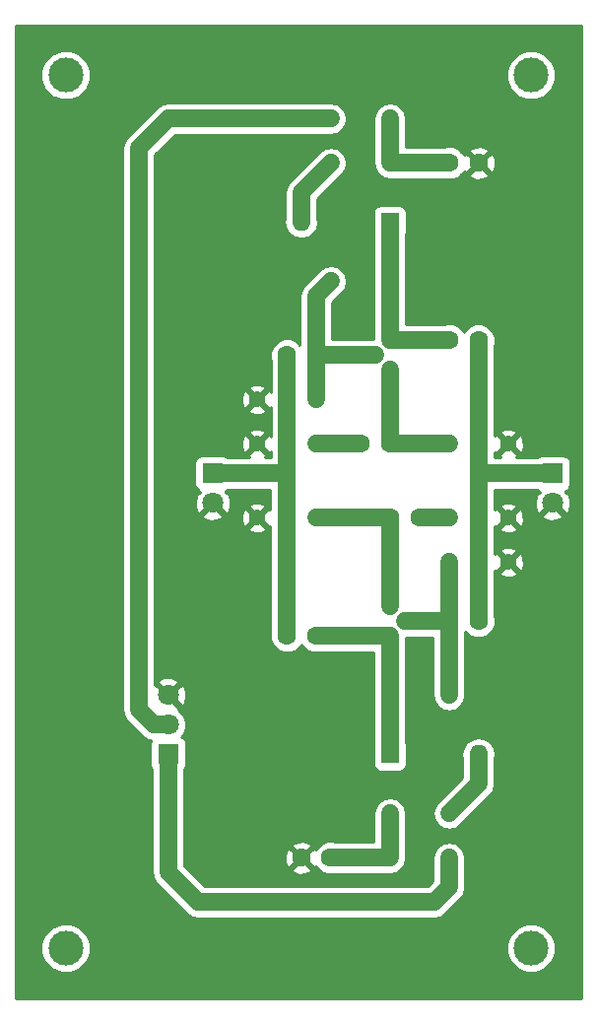
<source format=gbr>
G04 #@! TF.FileFunction,Copper,L2,Bot,Signal*
%FSLAX46Y46*%
G04 Gerber Fmt 4.6, Leading zero omitted, Abs format (unit mm)*
G04 Created by KiCad (PCBNEW 4.0.7) date 02/19/18 19:04:24*
%MOMM*%
%LPD*%
G01*
G04 APERTURE LIST*
%ADD10C,0.100000*%
%ADD11C,1.600000*%
%ADD12R,1.600000X1.600000*%
%ADD13O,1.600000X1.600000*%
%ADD14R,1.800000X1.800000*%
%ADD15C,1.800000*%
%ADD16C,1.000000*%
%ADD17R,1.000000X1.000000*%
%ADD18C,1.400000*%
%ADD19O,1.400000X1.400000*%
%ADD20C,3.000000*%
%ADD21C,1.500000*%
%ADD22C,0.254000*%
G04 APERTURE END LIST*
D10*
D11*
X96520000Y-99060000D03*
X94020000Y-99060000D03*
X96520000Y-123190000D03*
X94020000Y-123190000D03*
X102870000Y-106680000D03*
X100370000Y-106680000D03*
X110490000Y-82550000D03*
X107990000Y-82550000D03*
X95250000Y-142240000D03*
X97750000Y-142240000D03*
X105410000Y-113030000D03*
X102910000Y-113030000D03*
X110490000Y-97790000D03*
X107990000Y-97790000D03*
X110490000Y-121920000D03*
X107990000Y-121920000D03*
D12*
X102870000Y-133350000D03*
D13*
X110490000Y-133350000D03*
D12*
X102870000Y-87630000D03*
D13*
X95250000Y-87630000D03*
D14*
X83820000Y-133350000D03*
D15*
X83820000Y-130810000D03*
X83820000Y-128270000D03*
D14*
X87630000Y-109220000D03*
D15*
X87630000Y-111760000D03*
D14*
X116840000Y-109220000D03*
D15*
X116840000Y-111760000D03*
D16*
X101600000Y-99060000D03*
X102870000Y-97790000D03*
D17*
X102870000Y-100330000D03*
D16*
X104140000Y-121920000D03*
X102870000Y-123190000D03*
D17*
X102870000Y-120650000D03*
D18*
X91440000Y-102870000D03*
D19*
X96520000Y-102870000D03*
D18*
X91440000Y-106680000D03*
D19*
X96520000Y-106680000D03*
D18*
X97790000Y-78740000D03*
D19*
X102870000Y-78740000D03*
D18*
X107950000Y-142240000D03*
D19*
X102870000Y-142240000D03*
D18*
X102870000Y-92710000D03*
D19*
X97790000Y-92710000D03*
D18*
X107950000Y-138430000D03*
D19*
X102870000Y-138430000D03*
D18*
X91440000Y-113030000D03*
D19*
X96520000Y-113030000D03*
D18*
X113030000Y-106680000D03*
D19*
X107950000Y-106680000D03*
D18*
X97790000Y-82550000D03*
D19*
X102870000Y-82550000D03*
D18*
X107950000Y-128270000D03*
D19*
X102870000Y-128270000D03*
D18*
X113030000Y-113030000D03*
D19*
X107950000Y-113030000D03*
D18*
X113030000Y-116840000D03*
D19*
X107950000Y-116840000D03*
D20*
X75000000Y-75000000D03*
X115000000Y-75000000D03*
X115000000Y-150000000D03*
X75000000Y-150000000D03*
D21*
X96520000Y-99060000D02*
X96520000Y-93980000D01*
X96520000Y-93980000D02*
X97790000Y-92710000D01*
X96520000Y-99060000D02*
X96520000Y-102870000D01*
X96520000Y-99060000D02*
X101600000Y-99060000D01*
X93980000Y-109220000D02*
X93980000Y-123150000D01*
X93980000Y-123150000D02*
X94020000Y-123190000D01*
X87630000Y-109220000D02*
X93980000Y-109220000D01*
X94020000Y-109180000D02*
X94020000Y-99060000D01*
X93980000Y-109220000D02*
X94020000Y-109180000D01*
X102870000Y-128270000D02*
X102870000Y-133350000D01*
X102870000Y-123190000D02*
X102870000Y-128270000D01*
X96520000Y-123190000D02*
X102870000Y-123190000D01*
X102870000Y-100330000D02*
X102870000Y-106680000D01*
X102870000Y-106680000D02*
X107950000Y-106680000D01*
X100370000Y-106680000D02*
X96520000Y-106680000D01*
X102870000Y-78740000D02*
X102870000Y-82550000D01*
X102870000Y-82550000D02*
X107990000Y-82550000D01*
X102870000Y-138430000D02*
X102870000Y-142240000D01*
X102870000Y-142240000D02*
X97750000Y-142240000D01*
X107950000Y-113030000D02*
X105410000Y-113030000D01*
X96520000Y-113030000D02*
X102910000Y-113030000D01*
X102910000Y-113030000D02*
X102870000Y-113070000D01*
X102870000Y-113070000D02*
X102870000Y-120650000D01*
X116840000Y-109220000D02*
X110490000Y-109220000D01*
X110490000Y-97790000D02*
X110490000Y-109220000D01*
X110490000Y-109220000D02*
X110490000Y-121920000D01*
X102870000Y-97790000D02*
X107990000Y-97790000D01*
X102870000Y-92710000D02*
X102870000Y-87630000D01*
X102870000Y-97790000D02*
X102870000Y-92710000D01*
X107950000Y-116840000D02*
X107950000Y-121880000D01*
X107950000Y-121880000D02*
X107950000Y-128270000D01*
X104140000Y-121920000D02*
X107990000Y-121920000D01*
X110490000Y-133350000D02*
X110490000Y-135890000D01*
X110490000Y-135890000D02*
X107950000Y-138430000D01*
X95250000Y-87630000D02*
X95250000Y-85090000D01*
X95250000Y-85090000D02*
X97790000Y-82550000D01*
X83820000Y-133350000D02*
X83820000Y-143510000D01*
X107950000Y-144780000D02*
X107950000Y-142240000D01*
X106680000Y-146050000D02*
X107950000Y-144780000D01*
X86360000Y-146050000D02*
X106680000Y-146050000D01*
X83820000Y-143510000D02*
X86360000Y-146050000D01*
X97790000Y-78740000D02*
X83820000Y-78740000D01*
X82550000Y-130810000D02*
X83820000Y-130810000D01*
X81280000Y-129540000D02*
X82550000Y-130810000D01*
X81280000Y-81280000D02*
X81280000Y-129540000D01*
X83820000Y-78740000D02*
X81280000Y-81280000D01*
D22*
G36*
X119290000Y-154290000D02*
X70710000Y-154290000D01*
X70710000Y-150422815D01*
X72864630Y-150422815D01*
X73188980Y-151207800D01*
X73789041Y-151808909D01*
X74573459Y-152134628D01*
X75422815Y-152135370D01*
X76207800Y-151811020D01*
X76808909Y-151210959D01*
X77134628Y-150426541D01*
X77134631Y-150422815D01*
X112864630Y-150422815D01*
X113188980Y-151207800D01*
X113789041Y-151808909D01*
X114573459Y-152134628D01*
X115422815Y-152135370D01*
X116207800Y-151811020D01*
X116808909Y-151210959D01*
X117134628Y-150426541D01*
X117135370Y-149577185D01*
X116811020Y-148792200D01*
X116210959Y-148191091D01*
X115426541Y-147865372D01*
X114577185Y-147864630D01*
X113792200Y-148188980D01*
X113191091Y-148789041D01*
X112865372Y-149573459D01*
X112864630Y-150422815D01*
X77134631Y-150422815D01*
X77135370Y-149577185D01*
X76811020Y-148792200D01*
X76210959Y-148191091D01*
X75426541Y-147865372D01*
X74577185Y-147864630D01*
X73792200Y-148188980D01*
X73191091Y-148789041D01*
X72865372Y-149573459D01*
X72864630Y-150422815D01*
X70710000Y-150422815D01*
X70710000Y-81280000D01*
X79895000Y-81280000D01*
X79895000Y-129540000D01*
X80000427Y-130070017D01*
X80289957Y-130503330D01*
X80300657Y-130519343D01*
X81570657Y-131789343D01*
X82019983Y-132089573D01*
X82352532Y-132155721D01*
X82323569Y-132198110D01*
X82272560Y-132450000D01*
X82272560Y-134250000D01*
X82316838Y-134485317D01*
X82435000Y-134668946D01*
X82435000Y-143510000D01*
X82540427Y-144040017D01*
X82840657Y-144489343D01*
X85380657Y-147029343D01*
X85829983Y-147329573D01*
X86360000Y-147435000D01*
X106680000Y-147435000D01*
X107210017Y-147329573D01*
X107659343Y-147029343D01*
X108929343Y-145759343D01*
X109229573Y-145310017D01*
X109335000Y-144780000D01*
X109335000Y-142240000D01*
X109285219Y-141989733D01*
X109285231Y-141975617D01*
X109279793Y-141962456D01*
X109229573Y-141709983D01*
X109087809Y-141497818D01*
X109082418Y-141484771D01*
X109072357Y-141474692D01*
X108929343Y-141260657D01*
X108717176Y-141118892D01*
X108707204Y-141108902D01*
X108694053Y-141103441D01*
X108480017Y-140960427D01*
X108229751Y-140910646D01*
X108216713Y-140905232D01*
X108202471Y-140905220D01*
X107950000Y-140855000D01*
X107699733Y-140904781D01*
X107685617Y-140904769D01*
X107672456Y-140910207D01*
X107419983Y-140960427D01*
X107207818Y-141102191D01*
X107194771Y-141107582D01*
X107184692Y-141117643D01*
X106970657Y-141260657D01*
X106828892Y-141472824D01*
X106818902Y-141482796D01*
X106813441Y-141495947D01*
X106670427Y-141709983D01*
X106620646Y-141960249D01*
X106615232Y-141973287D01*
X106615220Y-141987529D01*
X106565000Y-142240000D01*
X106565000Y-144206314D01*
X106106314Y-144665000D01*
X86933686Y-144665000D01*
X85516431Y-143247745D01*
X94421861Y-143247745D01*
X94495995Y-143493864D01*
X95033223Y-143686965D01*
X95603454Y-143659778D01*
X96004005Y-143493864D01*
X96078139Y-143247745D01*
X95250000Y-142419605D01*
X94421861Y-143247745D01*
X85516431Y-143247745D01*
X85205000Y-142936314D01*
X85205000Y-142023223D01*
X93803035Y-142023223D01*
X93830222Y-142593454D01*
X93996136Y-142994005D01*
X94242255Y-143068139D01*
X95070395Y-142240000D01*
X95429605Y-142240000D01*
X96257745Y-143068139D01*
X96503864Y-142994005D01*
X96506196Y-142987517D01*
X96532757Y-143051800D01*
X96936077Y-143455824D01*
X97463309Y-143674750D01*
X98034187Y-143675248D01*
X98155797Y-143625000D01*
X102870000Y-143625000D01*
X103400017Y-143519573D01*
X103849343Y-143219343D01*
X104149573Y-142770017D01*
X104255000Y-142240000D01*
X104255000Y-138430000D01*
X106565000Y-138430000D01*
X106614781Y-138680267D01*
X106614769Y-138694383D01*
X106620207Y-138707544D01*
X106670427Y-138960016D01*
X106812191Y-139172181D01*
X106817582Y-139185229D01*
X106827644Y-139195309D01*
X106970657Y-139409343D01*
X107182823Y-139551107D01*
X107192796Y-139561098D01*
X107205949Y-139566559D01*
X107419984Y-139709573D01*
X107670248Y-139759354D01*
X107683287Y-139764768D01*
X107697530Y-139764780D01*
X107950000Y-139815000D01*
X108200267Y-139765219D01*
X108214383Y-139765231D01*
X108227544Y-139759793D01*
X108480016Y-139709573D01*
X108692181Y-139567809D01*
X108705229Y-139562418D01*
X108715309Y-139552356D01*
X108929343Y-139409343D01*
X111469343Y-136869343D01*
X111769573Y-136420017D01*
X111875000Y-135890000D01*
X111875000Y-133742700D01*
X111953113Y-133350000D01*
X111843880Y-132800849D01*
X111532811Y-132335302D01*
X111067264Y-132024233D01*
X110518113Y-131915000D01*
X110461887Y-131915000D01*
X109912736Y-132024233D01*
X109447189Y-132335302D01*
X109136120Y-132800849D01*
X109026887Y-133350000D01*
X109105000Y-133742700D01*
X109105000Y-135316314D01*
X106970657Y-137450657D01*
X106828893Y-137662823D01*
X106818902Y-137672796D01*
X106813441Y-137685949D01*
X106670427Y-137899984D01*
X106620646Y-138150248D01*
X106615232Y-138163287D01*
X106615220Y-138177530D01*
X106565000Y-138430000D01*
X104255000Y-138430000D01*
X104149573Y-137899983D01*
X103849343Y-137450657D01*
X103400017Y-137150427D01*
X102870000Y-137045000D01*
X102339983Y-137150427D01*
X101890657Y-137450657D01*
X101590427Y-137899983D01*
X101485000Y-138430000D01*
X101485000Y-140855000D01*
X98156502Y-140855000D01*
X98036691Y-140805250D01*
X97465813Y-140804752D01*
X96938200Y-141022757D01*
X96534176Y-141426077D01*
X96506577Y-141492544D01*
X96503864Y-141485995D01*
X96257745Y-141411861D01*
X95429605Y-142240000D01*
X95070395Y-142240000D01*
X94242255Y-141411861D01*
X93996136Y-141485995D01*
X93803035Y-142023223D01*
X85205000Y-142023223D01*
X85205000Y-141232255D01*
X94421861Y-141232255D01*
X95250000Y-142060395D01*
X96078139Y-141232255D01*
X96004005Y-140986136D01*
X95466777Y-140793035D01*
X94896546Y-140820222D01*
X94495995Y-140986136D01*
X94421861Y-141232255D01*
X85205000Y-141232255D01*
X85205000Y-134664975D01*
X85316431Y-134501890D01*
X85367440Y-134250000D01*
X85367440Y-132450000D01*
X85323162Y-132214683D01*
X85184090Y-131998559D01*
X84971890Y-131853569D01*
X84951466Y-131849433D01*
X85120551Y-131680643D01*
X85354733Y-131116670D01*
X85355265Y-130506009D01*
X85122068Y-129941629D01*
X84690643Y-129509449D01*
X84669806Y-129500797D01*
X84720554Y-129350159D01*
X83820000Y-128449605D01*
X83805858Y-128463748D01*
X83626253Y-128284143D01*
X83640395Y-128270000D01*
X83999605Y-128270000D01*
X84900159Y-129170554D01*
X85156643Y-129084148D01*
X85366458Y-128510664D01*
X85340839Y-127900540D01*
X85156643Y-127455852D01*
X84900159Y-127369446D01*
X83999605Y-128270000D01*
X83640395Y-128270000D01*
X82739841Y-127369446D01*
X82665000Y-127394659D01*
X82665000Y-127189841D01*
X82919446Y-127189841D01*
X83820000Y-128090395D01*
X84720554Y-127189841D01*
X84634148Y-126933357D01*
X84060664Y-126723542D01*
X83450540Y-126749161D01*
X83005852Y-126933357D01*
X82919446Y-127189841D01*
X82665000Y-127189841D01*
X82665000Y-113965275D01*
X90684331Y-113965275D01*
X90746169Y-114201042D01*
X91247122Y-114377419D01*
X91777440Y-114348664D01*
X92133831Y-114201042D01*
X92195669Y-113965275D01*
X91440000Y-113209605D01*
X90684331Y-113965275D01*
X82665000Y-113965275D01*
X82665000Y-112840159D01*
X86729446Y-112840159D01*
X86815852Y-113096643D01*
X87389336Y-113306458D01*
X87999460Y-113280839D01*
X88444148Y-113096643D01*
X88530554Y-112840159D01*
X88527517Y-112837122D01*
X90092581Y-112837122D01*
X90121336Y-113367440D01*
X90268958Y-113723831D01*
X90504725Y-113785669D01*
X91260395Y-113030000D01*
X90504725Y-112274331D01*
X90268958Y-112336169D01*
X90092581Y-112837122D01*
X88527517Y-112837122D01*
X87630000Y-111939605D01*
X86729446Y-112840159D01*
X82665000Y-112840159D01*
X82665000Y-108320000D01*
X86082560Y-108320000D01*
X86082560Y-110120000D01*
X86126838Y-110355317D01*
X86265910Y-110571441D01*
X86469574Y-110710598D01*
X86435282Y-110744890D01*
X86549839Y-110859447D01*
X86293357Y-110945852D01*
X86083542Y-111519336D01*
X86109161Y-112129460D01*
X86293357Y-112574148D01*
X86549841Y-112660554D01*
X87450395Y-111760000D01*
X87436253Y-111745858D01*
X87615858Y-111566253D01*
X87630000Y-111580395D01*
X87644143Y-111566253D01*
X87823748Y-111745858D01*
X87809605Y-111760000D01*
X88710159Y-112660554D01*
X88966643Y-112574148D01*
X89142044Y-112094725D01*
X90684331Y-112094725D01*
X91440000Y-112850395D01*
X92195669Y-112094725D01*
X92133831Y-111858958D01*
X91632878Y-111682581D01*
X91102560Y-111711336D01*
X90746169Y-111858958D01*
X90684331Y-112094725D01*
X89142044Y-112094725D01*
X89176458Y-112000664D01*
X89150839Y-111390540D01*
X88966643Y-110945852D01*
X88710161Y-110859447D01*
X88824718Y-110744890D01*
X88788240Y-110708412D01*
X88948946Y-110605000D01*
X92595000Y-110605000D01*
X92595000Y-112331961D01*
X92375275Y-112274331D01*
X91619605Y-113030000D01*
X92375275Y-113785669D01*
X92595000Y-113728039D01*
X92595000Y-122879828D01*
X92585250Y-122903309D01*
X92584752Y-123474187D01*
X92802757Y-124001800D01*
X93206077Y-124405824D01*
X93733309Y-124624750D01*
X94304187Y-124625248D01*
X94831800Y-124407243D01*
X95235824Y-124003923D01*
X95269813Y-123922069D01*
X95302757Y-124001800D01*
X95706077Y-124405824D01*
X96233309Y-124624750D01*
X96804187Y-124625248D01*
X96925797Y-124575000D01*
X101485000Y-124575000D01*
X101485000Y-132281380D01*
X101473569Y-132298110D01*
X101422560Y-132550000D01*
X101422560Y-134150000D01*
X101466838Y-134385317D01*
X101605910Y-134601441D01*
X101818110Y-134746431D01*
X102070000Y-134797440D01*
X103670000Y-134797440D01*
X103905317Y-134753162D01*
X104121441Y-134614090D01*
X104266431Y-134401890D01*
X104317440Y-134150000D01*
X104317440Y-132550000D01*
X104273162Y-132314683D01*
X104255000Y-132286458D01*
X104255000Y-123305000D01*
X106565000Y-123305000D01*
X106565000Y-128270000D01*
X106614781Y-128520267D01*
X106614769Y-128534383D01*
X106620207Y-128547544D01*
X106670427Y-128800017D01*
X106812191Y-129012182D01*
X106817582Y-129025229D01*
X106827643Y-129035308D01*
X106970657Y-129249343D01*
X107182824Y-129391108D01*
X107192796Y-129401098D01*
X107205947Y-129406559D01*
X107419983Y-129549573D01*
X107670249Y-129599354D01*
X107683287Y-129604768D01*
X107697529Y-129604780D01*
X107950000Y-129655000D01*
X108200267Y-129605219D01*
X108214383Y-129605231D01*
X108227544Y-129599793D01*
X108480017Y-129549573D01*
X108692182Y-129407809D01*
X108705229Y-129402418D01*
X108715308Y-129392357D01*
X108929343Y-129249343D01*
X109071108Y-129037176D01*
X109081098Y-129027204D01*
X109086559Y-129014053D01*
X109229573Y-128800017D01*
X109279354Y-128549751D01*
X109284768Y-128536713D01*
X109284780Y-128522471D01*
X109335000Y-128270000D01*
X109335000Y-122794152D01*
X109676077Y-123135824D01*
X110203309Y-123354750D01*
X110774187Y-123355248D01*
X111301800Y-123137243D01*
X111705824Y-122733923D01*
X111924750Y-122206691D01*
X111925248Y-121635813D01*
X111875000Y-121514203D01*
X111875000Y-117775275D01*
X112274331Y-117775275D01*
X112336169Y-118011042D01*
X112837122Y-118187419D01*
X113367440Y-118158664D01*
X113723831Y-118011042D01*
X113785669Y-117775275D01*
X113030000Y-117019605D01*
X112274331Y-117775275D01*
X111875000Y-117775275D01*
X111875000Y-117538039D01*
X112094725Y-117595669D01*
X112850395Y-116840000D01*
X113209605Y-116840000D01*
X113965275Y-117595669D01*
X114201042Y-117533831D01*
X114377419Y-117032878D01*
X114348664Y-116502560D01*
X114201042Y-116146169D01*
X113965275Y-116084331D01*
X113209605Y-116840000D01*
X112850395Y-116840000D01*
X112094725Y-116084331D01*
X111875000Y-116141961D01*
X111875000Y-115904725D01*
X112274331Y-115904725D01*
X113030000Y-116660395D01*
X113785669Y-115904725D01*
X113723831Y-115668958D01*
X113222878Y-115492581D01*
X112692560Y-115521336D01*
X112336169Y-115668958D01*
X112274331Y-115904725D01*
X111875000Y-115904725D01*
X111875000Y-113965275D01*
X112274331Y-113965275D01*
X112336169Y-114201042D01*
X112837122Y-114377419D01*
X113367440Y-114348664D01*
X113723831Y-114201042D01*
X113785669Y-113965275D01*
X113030000Y-113209605D01*
X112274331Y-113965275D01*
X111875000Y-113965275D01*
X111875000Y-113728039D01*
X112094725Y-113785669D01*
X112850395Y-113030000D01*
X113209605Y-113030000D01*
X113965275Y-113785669D01*
X114201042Y-113723831D01*
X114377419Y-113222878D01*
X114356668Y-112840159D01*
X115939446Y-112840159D01*
X116025852Y-113096643D01*
X116599336Y-113306458D01*
X117209460Y-113280839D01*
X117654148Y-113096643D01*
X117740554Y-112840159D01*
X116840000Y-111939605D01*
X115939446Y-112840159D01*
X114356668Y-112840159D01*
X114348664Y-112692560D01*
X114201042Y-112336169D01*
X113965275Y-112274331D01*
X113209605Y-113030000D01*
X112850395Y-113030000D01*
X112094725Y-112274331D01*
X111875000Y-112331961D01*
X111875000Y-112094725D01*
X112274331Y-112094725D01*
X113030000Y-112850395D01*
X113785669Y-112094725D01*
X113723831Y-111858958D01*
X113222878Y-111682581D01*
X112692560Y-111711336D01*
X112336169Y-111858958D01*
X112274331Y-112094725D01*
X111875000Y-112094725D01*
X111875000Y-110605000D01*
X115525025Y-110605000D01*
X115679574Y-110710598D01*
X115645282Y-110744890D01*
X115759839Y-110859447D01*
X115503357Y-110945852D01*
X115293542Y-111519336D01*
X115319161Y-112129460D01*
X115503357Y-112574148D01*
X115759841Y-112660554D01*
X116660395Y-111760000D01*
X116646253Y-111745858D01*
X116825858Y-111566253D01*
X116840000Y-111580395D01*
X116854143Y-111566253D01*
X117033748Y-111745858D01*
X117019605Y-111760000D01*
X117920159Y-112660554D01*
X118176643Y-112574148D01*
X118386458Y-112000664D01*
X118360839Y-111390540D01*
X118176643Y-110945852D01*
X117920161Y-110859447D01*
X118034718Y-110744890D01*
X117998240Y-110708412D01*
X118191441Y-110584090D01*
X118336431Y-110371890D01*
X118387440Y-110120000D01*
X118387440Y-108320000D01*
X118343162Y-108084683D01*
X118204090Y-107868559D01*
X117991890Y-107723569D01*
X117740000Y-107672560D01*
X115940000Y-107672560D01*
X115704683Y-107716838D01*
X115521054Y-107835000D01*
X113728039Y-107835000D01*
X113785669Y-107615275D01*
X113030000Y-106859605D01*
X112274331Y-107615275D01*
X112331961Y-107835000D01*
X111875000Y-107835000D01*
X111875000Y-107378039D01*
X112094725Y-107435669D01*
X112850395Y-106680000D01*
X113209605Y-106680000D01*
X113965275Y-107435669D01*
X114201042Y-107373831D01*
X114377419Y-106872878D01*
X114348664Y-106342560D01*
X114201042Y-105986169D01*
X113965275Y-105924331D01*
X113209605Y-106680000D01*
X112850395Y-106680000D01*
X112094725Y-105924331D01*
X111875000Y-105981961D01*
X111875000Y-105744725D01*
X112274331Y-105744725D01*
X113030000Y-106500395D01*
X113785669Y-105744725D01*
X113723831Y-105508958D01*
X113222878Y-105332581D01*
X112692560Y-105361336D01*
X112336169Y-105508958D01*
X112274331Y-105744725D01*
X111875000Y-105744725D01*
X111875000Y-98196502D01*
X111924750Y-98076691D01*
X111925248Y-97505813D01*
X111707243Y-96978200D01*
X111303923Y-96574176D01*
X110776691Y-96355250D01*
X110205813Y-96354752D01*
X109678200Y-96572757D01*
X109274176Y-96976077D01*
X109240187Y-97057931D01*
X109207243Y-96978200D01*
X108803923Y-96574176D01*
X108276691Y-96355250D01*
X107705813Y-96354752D01*
X107584203Y-96405000D01*
X104255000Y-96405000D01*
X104255000Y-88698620D01*
X104266431Y-88681890D01*
X104317440Y-88430000D01*
X104317440Y-86830000D01*
X104273162Y-86594683D01*
X104134090Y-86378559D01*
X103921890Y-86233569D01*
X103670000Y-86182560D01*
X102070000Y-86182560D01*
X101834683Y-86226838D01*
X101618559Y-86365910D01*
X101473569Y-86578110D01*
X101422560Y-86830000D01*
X101422560Y-88430000D01*
X101466838Y-88665317D01*
X101485000Y-88693542D01*
X101485000Y-97675000D01*
X97905000Y-97675000D01*
X97905000Y-94553686D01*
X98769343Y-93689343D01*
X99069573Y-93240016D01*
X99175000Y-92710000D01*
X99069573Y-92179984D01*
X98769343Y-91730657D01*
X98320016Y-91430427D01*
X97790000Y-91325000D01*
X97259984Y-91430427D01*
X96810657Y-91730657D01*
X95540657Y-93000657D01*
X95240427Y-93449983D01*
X95135000Y-93980000D01*
X95135000Y-98145779D01*
X94833923Y-97844176D01*
X94306691Y-97625250D01*
X93735813Y-97624752D01*
X93208200Y-97842757D01*
X92804176Y-98246077D01*
X92585250Y-98773309D01*
X92584752Y-99344187D01*
X92635000Y-99465797D01*
X92635000Y-102234009D01*
X92611042Y-102176169D01*
X92375275Y-102114331D01*
X91619605Y-102870000D01*
X92375275Y-103625669D01*
X92611042Y-103563831D01*
X92635000Y-103495785D01*
X92635000Y-106044009D01*
X92611042Y-105986169D01*
X92375275Y-105924331D01*
X91619605Y-106680000D01*
X92375275Y-107435669D01*
X92611042Y-107373831D01*
X92635000Y-107305785D01*
X92635000Y-107835000D01*
X92138039Y-107835000D01*
X92195669Y-107615275D01*
X91440000Y-106859605D01*
X90684331Y-107615275D01*
X90741961Y-107835000D01*
X88944975Y-107835000D01*
X88781890Y-107723569D01*
X88530000Y-107672560D01*
X86730000Y-107672560D01*
X86494683Y-107716838D01*
X86278559Y-107855910D01*
X86133569Y-108068110D01*
X86082560Y-108320000D01*
X82665000Y-108320000D01*
X82665000Y-106487122D01*
X90092581Y-106487122D01*
X90121336Y-107017440D01*
X90268958Y-107373831D01*
X90504725Y-107435669D01*
X91260395Y-106680000D01*
X90504725Y-105924331D01*
X90268958Y-105986169D01*
X90092581Y-106487122D01*
X82665000Y-106487122D01*
X82665000Y-105744725D01*
X90684331Y-105744725D01*
X91440000Y-106500395D01*
X92195669Y-105744725D01*
X92133831Y-105508958D01*
X91632878Y-105332581D01*
X91102560Y-105361336D01*
X90746169Y-105508958D01*
X90684331Y-105744725D01*
X82665000Y-105744725D01*
X82665000Y-103805275D01*
X90684331Y-103805275D01*
X90746169Y-104041042D01*
X91247122Y-104217419D01*
X91777440Y-104188664D01*
X92133831Y-104041042D01*
X92195669Y-103805275D01*
X91440000Y-103049605D01*
X90684331Y-103805275D01*
X82665000Y-103805275D01*
X82665000Y-102677122D01*
X90092581Y-102677122D01*
X90121336Y-103207440D01*
X90268958Y-103563831D01*
X90504725Y-103625669D01*
X91260395Y-102870000D01*
X90504725Y-102114331D01*
X90268958Y-102176169D01*
X90092581Y-102677122D01*
X82665000Y-102677122D01*
X82665000Y-101934725D01*
X90684331Y-101934725D01*
X91440000Y-102690395D01*
X92195669Y-101934725D01*
X92133831Y-101698958D01*
X91632878Y-101522581D01*
X91102560Y-101551336D01*
X90746169Y-101698958D01*
X90684331Y-101934725D01*
X82665000Y-101934725D01*
X82665000Y-87630000D01*
X93786887Y-87630000D01*
X93896120Y-88179151D01*
X94207189Y-88644698D01*
X94672736Y-88955767D01*
X95221887Y-89065000D01*
X95278113Y-89065000D01*
X95827264Y-88955767D01*
X96292811Y-88644698D01*
X96603880Y-88179151D01*
X96713113Y-87630000D01*
X96635000Y-87237300D01*
X96635000Y-85663686D01*
X98769343Y-83529343D01*
X98911107Y-83317177D01*
X98921098Y-83307204D01*
X98926559Y-83294051D01*
X99069573Y-83080016D01*
X99119354Y-82829752D01*
X99124768Y-82816713D01*
X99124780Y-82802470D01*
X99175000Y-82550000D01*
X99125219Y-82299733D01*
X99125231Y-82285617D01*
X99119793Y-82272456D01*
X99069573Y-82019984D01*
X98927809Y-81807819D01*
X98922418Y-81794771D01*
X98912356Y-81784691D01*
X98769343Y-81570657D01*
X98557177Y-81428893D01*
X98547204Y-81418902D01*
X98534051Y-81413441D01*
X98320016Y-81270427D01*
X98069752Y-81220646D01*
X98056713Y-81215232D01*
X98042470Y-81215220D01*
X97790000Y-81165000D01*
X97539733Y-81214781D01*
X97525617Y-81214769D01*
X97512456Y-81220207D01*
X97259984Y-81270427D01*
X97047819Y-81412191D01*
X97034771Y-81417582D01*
X97024691Y-81427644D01*
X96810657Y-81570657D01*
X94270657Y-84110657D01*
X93970427Y-84559983D01*
X93865000Y-85090000D01*
X93865000Y-87237300D01*
X93786887Y-87630000D01*
X82665000Y-87630000D01*
X82665000Y-81853686D01*
X84393686Y-80125000D01*
X97790000Y-80125000D01*
X98040267Y-80075219D01*
X98054383Y-80075231D01*
X98067544Y-80069793D01*
X98320017Y-80019573D01*
X98532182Y-79877809D01*
X98545229Y-79872418D01*
X98555308Y-79862357D01*
X98769343Y-79719343D01*
X98911108Y-79507176D01*
X98921098Y-79497204D01*
X98926559Y-79484053D01*
X99069573Y-79270017D01*
X99119354Y-79019751D01*
X99124768Y-79006713D01*
X99124780Y-78992471D01*
X99175000Y-78740000D01*
X101485000Y-78740000D01*
X101485000Y-82550000D01*
X101590427Y-83080017D01*
X101890657Y-83529343D01*
X102339983Y-83829573D01*
X102870000Y-83935000D01*
X107583498Y-83935000D01*
X107703309Y-83984750D01*
X108274187Y-83985248D01*
X108801800Y-83767243D01*
X109011663Y-83557745D01*
X109661861Y-83557745D01*
X109735995Y-83803864D01*
X110273223Y-83996965D01*
X110843454Y-83969778D01*
X111244005Y-83803864D01*
X111318139Y-83557745D01*
X110490000Y-82729605D01*
X109661861Y-83557745D01*
X109011663Y-83557745D01*
X109205824Y-83363923D01*
X109233423Y-83297456D01*
X109236136Y-83304005D01*
X109482255Y-83378139D01*
X110310395Y-82550000D01*
X110669605Y-82550000D01*
X111497745Y-83378139D01*
X111743864Y-83304005D01*
X111936965Y-82766777D01*
X111909778Y-82196546D01*
X111743864Y-81795995D01*
X111497745Y-81721861D01*
X110669605Y-82550000D01*
X110310395Y-82550000D01*
X109482255Y-81721861D01*
X109236136Y-81795995D01*
X109233804Y-81802483D01*
X109207243Y-81738200D01*
X109011640Y-81542255D01*
X109661861Y-81542255D01*
X110490000Y-82370395D01*
X111318139Y-81542255D01*
X111244005Y-81296136D01*
X110706777Y-81103035D01*
X110136546Y-81130222D01*
X109735995Y-81296136D01*
X109661861Y-81542255D01*
X109011640Y-81542255D01*
X108803923Y-81334176D01*
X108276691Y-81115250D01*
X107705813Y-81114752D01*
X107584203Y-81165000D01*
X104255000Y-81165000D01*
X104255000Y-78740000D01*
X104149573Y-78209983D01*
X103849343Y-77760657D01*
X103400017Y-77460427D01*
X102870000Y-77355000D01*
X102339983Y-77460427D01*
X101890657Y-77760657D01*
X101590427Y-78209983D01*
X101485000Y-78740000D01*
X99175000Y-78740000D01*
X99125219Y-78489733D01*
X99125231Y-78475617D01*
X99119793Y-78462456D01*
X99069573Y-78209983D01*
X98927809Y-77997818D01*
X98922418Y-77984771D01*
X98912357Y-77974692D01*
X98769343Y-77760657D01*
X98557176Y-77618892D01*
X98547204Y-77608902D01*
X98534053Y-77603441D01*
X98320017Y-77460427D01*
X98069751Y-77410646D01*
X98056713Y-77405232D01*
X98042471Y-77405220D01*
X97790000Y-77355000D01*
X83820000Y-77355000D01*
X83289983Y-77460427D01*
X82840657Y-77760657D01*
X80300657Y-80300657D01*
X80000427Y-80749983D01*
X79895000Y-81280000D01*
X70710000Y-81280000D01*
X70710000Y-75422815D01*
X72864630Y-75422815D01*
X73188980Y-76207800D01*
X73789041Y-76808909D01*
X74573459Y-77134628D01*
X75422815Y-77135370D01*
X76207800Y-76811020D01*
X76808909Y-76210959D01*
X77134628Y-75426541D01*
X77134631Y-75422815D01*
X112864630Y-75422815D01*
X113188980Y-76207800D01*
X113789041Y-76808909D01*
X114573459Y-77134628D01*
X115422815Y-77135370D01*
X116207800Y-76811020D01*
X116808909Y-76210959D01*
X117134628Y-75426541D01*
X117135370Y-74577185D01*
X116811020Y-73792200D01*
X116210959Y-73191091D01*
X115426541Y-72865372D01*
X114577185Y-72864630D01*
X113792200Y-73188980D01*
X113191091Y-73789041D01*
X112865372Y-74573459D01*
X112864630Y-75422815D01*
X77134631Y-75422815D01*
X77135370Y-74577185D01*
X76811020Y-73792200D01*
X76210959Y-73191091D01*
X75426541Y-72865372D01*
X74577185Y-72864630D01*
X73792200Y-73188980D01*
X73191091Y-73789041D01*
X72865372Y-74573459D01*
X72864630Y-75422815D01*
X70710000Y-75422815D01*
X70710000Y-70710000D01*
X119290000Y-70710000D01*
X119290000Y-154290000D01*
X119290000Y-154290000D01*
G37*
X119290000Y-154290000D02*
X70710000Y-154290000D01*
X70710000Y-150422815D01*
X72864630Y-150422815D01*
X73188980Y-151207800D01*
X73789041Y-151808909D01*
X74573459Y-152134628D01*
X75422815Y-152135370D01*
X76207800Y-151811020D01*
X76808909Y-151210959D01*
X77134628Y-150426541D01*
X77134631Y-150422815D01*
X112864630Y-150422815D01*
X113188980Y-151207800D01*
X113789041Y-151808909D01*
X114573459Y-152134628D01*
X115422815Y-152135370D01*
X116207800Y-151811020D01*
X116808909Y-151210959D01*
X117134628Y-150426541D01*
X117135370Y-149577185D01*
X116811020Y-148792200D01*
X116210959Y-148191091D01*
X115426541Y-147865372D01*
X114577185Y-147864630D01*
X113792200Y-148188980D01*
X113191091Y-148789041D01*
X112865372Y-149573459D01*
X112864630Y-150422815D01*
X77134631Y-150422815D01*
X77135370Y-149577185D01*
X76811020Y-148792200D01*
X76210959Y-148191091D01*
X75426541Y-147865372D01*
X74577185Y-147864630D01*
X73792200Y-148188980D01*
X73191091Y-148789041D01*
X72865372Y-149573459D01*
X72864630Y-150422815D01*
X70710000Y-150422815D01*
X70710000Y-81280000D01*
X79895000Y-81280000D01*
X79895000Y-129540000D01*
X80000427Y-130070017D01*
X80289957Y-130503330D01*
X80300657Y-130519343D01*
X81570657Y-131789343D01*
X82019983Y-132089573D01*
X82352532Y-132155721D01*
X82323569Y-132198110D01*
X82272560Y-132450000D01*
X82272560Y-134250000D01*
X82316838Y-134485317D01*
X82435000Y-134668946D01*
X82435000Y-143510000D01*
X82540427Y-144040017D01*
X82840657Y-144489343D01*
X85380657Y-147029343D01*
X85829983Y-147329573D01*
X86360000Y-147435000D01*
X106680000Y-147435000D01*
X107210017Y-147329573D01*
X107659343Y-147029343D01*
X108929343Y-145759343D01*
X109229573Y-145310017D01*
X109335000Y-144780000D01*
X109335000Y-142240000D01*
X109285219Y-141989733D01*
X109285231Y-141975617D01*
X109279793Y-141962456D01*
X109229573Y-141709983D01*
X109087809Y-141497818D01*
X109082418Y-141484771D01*
X109072357Y-141474692D01*
X108929343Y-141260657D01*
X108717176Y-141118892D01*
X108707204Y-141108902D01*
X108694053Y-141103441D01*
X108480017Y-140960427D01*
X108229751Y-140910646D01*
X108216713Y-140905232D01*
X108202471Y-140905220D01*
X107950000Y-140855000D01*
X107699733Y-140904781D01*
X107685617Y-140904769D01*
X107672456Y-140910207D01*
X107419983Y-140960427D01*
X107207818Y-141102191D01*
X107194771Y-141107582D01*
X107184692Y-141117643D01*
X106970657Y-141260657D01*
X106828892Y-141472824D01*
X106818902Y-141482796D01*
X106813441Y-141495947D01*
X106670427Y-141709983D01*
X106620646Y-141960249D01*
X106615232Y-141973287D01*
X106615220Y-141987529D01*
X106565000Y-142240000D01*
X106565000Y-144206314D01*
X106106314Y-144665000D01*
X86933686Y-144665000D01*
X85516431Y-143247745D01*
X94421861Y-143247745D01*
X94495995Y-143493864D01*
X95033223Y-143686965D01*
X95603454Y-143659778D01*
X96004005Y-143493864D01*
X96078139Y-143247745D01*
X95250000Y-142419605D01*
X94421861Y-143247745D01*
X85516431Y-143247745D01*
X85205000Y-142936314D01*
X85205000Y-142023223D01*
X93803035Y-142023223D01*
X93830222Y-142593454D01*
X93996136Y-142994005D01*
X94242255Y-143068139D01*
X95070395Y-142240000D01*
X95429605Y-142240000D01*
X96257745Y-143068139D01*
X96503864Y-142994005D01*
X96506196Y-142987517D01*
X96532757Y-143051800D01*
X96936077Y-143455824D01*
X97463309Y-143674750D01*
X98034187Y-143675248D01*
X98155797Y-143625000D01*
X102870000Y-143625000D01*
X103400017Y-143519573D01*
X103849343Y-143219343D01*
X104149573Y-142770017D01*
X104255000Y-142240000D01*
X104255000Y-138430000D01*
X106565000Y-138430000D01*
X106614781Y-138680267D01*
X106614769Y-138694383D01*
X106620207Y-138707544D01*
X106670427Y-138960016D01*
X106812191Y-139172181D01*
X106817582Y-139185229D01*
X106827644Y-139195309D01*
X106970657Y-139409343D01*
X107182823Y-139551107D01*
X107192796Y-139561098D01*
X107205949Y-139566559D01*
X107419984Y-139709573D01*
X107670248Y-139759354D01*
X107683287Y-139764768D01*
X107697530Y-139764780D01*
X107950000Y-139815000D01*
X108200267Y-139765219D01*
X108214383Y-139765231D01*
X108227544Y-139759793D01*
X108480016Y-139709573D01*
X108692181Y-139567809D01*
X108705229Y-139562418D01*
X108715309Y-139552356D01*
X108929343Y-139409343D01*
X111469343Y-136869343D01*
X111769573Y-136420017D01*
X111875000Y-135890000D01*
X111875000Y-133742700D01*
X111953113Y-133350000D01*
X111843880Y-132800849D01*
X111532811Y-132335302D01*
X111067264Y-132024233D01*
X110518113Y-131915000D01*
X110461887Y-131915000D01*
X109912736Y-132024233D01*
X109447189Y-132335302D01*
X109136120Y-132800849D01*
X109026887Y-133350000D01*
X109105000Y-133742700D01*
X109105000Y-135316314D01*
X106970657Y-137450657D01*
X106828893Y-137662823D01*
X106818902Y-137672796D01*
X106813441Y-137685949D01*
X106670427Y-137899984D01*
X106620646Y-138150248D01*
X106615232Y-138163287D01*
X106615220Y-138177530D01*
X106565000Y-138430000D01*
X104255000Y-138430000D01*
X104149573Y-137899983D01*
X103849343Y-137450657D01*
X103400017Y-137150427D01*
X102870000Y-137045000D01*
X102339983Y-137150427D01*
X101890657Y-137450657D01*
X101590427Y-137899983D01*
X101485000Y-138430000D01*
X101485000Y-140855000D01*
X98156502Y-140855000D01*
X98036691Y-140805250D01*
X97465813Y-140804752D01*
X96938200Y-141022757D01*
X96534176Y-141426077D01*
X96506577Y-141492544D01*
X96503864Y-141485995D01*
X96257745Y-141411861D01*
X95429605Y-142240000D01*
X95070395Y-142240000D01*
X94242255Y-141411861D01*
X93996136Y-141485995D01*
X93803035Y-142023223D01*
X85205000Y-142023223D01*
X85205000Y-141232255D01*
X94421861Y-141232255D01*
X95250000Y-142060395D01*
X96078139Y-141232255D01*
X96004005Y-140986136D01*
X95466777Y-140793035D01*
X94896546Y-140820222D01*
X94495995Y-140986136D01*
X94421861Y-141232255D01*
X85205000Y-141232255D01*
X85205000Y-134664975D01*
X85316431Y-134501890D01*
X85367440Y-134250000D01*
X85367440Y-132450000D01*
X85323162Y-132214683D01*
X85184090Y-131998559D01*
X84971890Y-131853569D01*
X84951466Y-131849433D01*
X85120551Y-131680643D01*
X85354733Y-131116670D01*
X85355265Y-130506009D01*
X85122068Y-129941629D01*
X84690643Y-129509449D01*
X84669806Y-129500797D01*
X84720554Y-129350159D01*
X83820000Y-128449605D01*
X83805858Y-128463748D01*
X83626253Y-128284143D01*
X83640395Y-128270000D01*
X83999605Y-128270000D01*
X84900159Y-129170554D01*
X85156643Y-129084148D01*
X85366458Y-128510664D01*
X85340839Y-127900540D01*
X85156643Y-127455852D01*
X84900159Y-127369446D01*
X83999605Y-128270000D01*
X83640395Y-128270000D01*
X82739841Y-127369446D01*
X82665000Y-127394659D01*
X82665000Y-127189841D01*
X82919446Y-127189841D01*
X83820000Y-128090395D01*
X84720554Y-127189841D01*
X84634148Y-126933357D01*
X84060664Y-126723542D01*
X83450540Y-126749161D01*
X83005852Y-126933357D01*
X82919446Y-127189841D01*
X82665000Y-127189841D01*
X82665000Y-113965275D01*
X90684331Y-113965275D01*
X90746169Y-114201042D01*
X91247122Y-114377419D01*
X91777440Y-114348664D01*
X92133831Y-114201042D01*
X92195669Y-113965275D01*
X91440000Y-113209605D01*
X90684331Y-113965275D01*
X82665000Y-113965275D01*
X82665000Y-112840159D01*
X86729446Y-112840159D01*
X86815852Y-113096643D01*
X87389336Y-113306458D01*
X87999460Y-113280839D01*
X88444148Y-113096643D01*
X88530554Y-112840159D01*
X88527517Y-112837122D01*
X90092581Y-112837122D01*
X90121336Y-113367440D01*
X90268958Y-113723831D01*
X90504725Y-113785669D01*
X91260395Y-113030000D01*
X90504725Y-112274331D01*
X90268958Y-112336169D01*
X90092581Y-112837122D01*
X88527517Y-112837122D01*
X87630000Y-111939605D01*
X86729446Y-112840159D01*
X82665000Y-112840159D01*
X82665000Y-108320000D01*
X86082560Y-108320000D01*
X86082560Y-110120000D01*
X86126838Y-110355317D01*
X86265910Y-110571441D01*
X86469574Y-110710598D01*
X86435282Y-110744890D01*
X86549839Y-110859447D01*
X86293357Y-110945852D01*
X86083542Y-111519336D01*
X86109161Y-112129460D01*
X86293357Y-112574148D01*
X86549841Y-112660554D01*
X87450395Y-111760000D01*
X87436253Y-111745858D01*
X87615858Y-111566253D01*
X87630000Y-111580395D01*
X87644143Y-111566253D01*
X87823748Y-111745858D01*
X87809605Y-111760000D01*
X88710159Y-112660554D01*
X88966643Y-112574148D01*
X89142044Y-112094725D01*
X90684331Y-112094725D01*
X91440000Y-112850395D01*
X92195669Y-112094725D01*
X92133831Y-111858958D01*
X91632878Y-111682581D01*
X91102560Y-111711336D01*
X90746169Y-111858958D01*
X90684331Y-112094725D01*
X89142044Y-112094725D01*
X89176458Y-112000664D01*
X89150839Y-111390540D01*
X88966643Y-110945852D01*
X88710161Y-110859447D01*
X88824718Y-110744890D01*
X88788240Y-110708412D01*
X88948946Y-110605000D01*
X92595000Y-110605000D01*
X92595000Y-112331961D01*
X92375275Y-112274331D01*
X91619605Y-113030000D01*
X92375275Y-113785669D01*
X92595000Y-113728039D01*
X92595000Y-122879828D01*
X92585250Y-122903309D01*
X92584752Y-123474187D01*
X92802757Y-124001800D01*
X93206077Y-124405824D01*
X93733309Y-124624750D01*
X94304187Y-124625248D01*
X94831800Y-124407243D01*
X95235824Y-124003923D01*
X95269813Y-123922069D01*
X95302757Y-124001800D01*
X95706077Y-124405824D01*
X96233309Y-124624750D01*
X96804187Y-124625248D01*
X96925797Y-124575000D01*
X101485000Y-124575000D01*
X101485000Y-132281380D01*
X101473569Y-132298110D01*
X101422560Y-132550000D01*
X101422560Y-134150000D01*
X101466838Y-134385317D01*
X101605910Y-134601441D01*
X101818110Y-134746431D01*
X102070000Y-134797440D01*
X103670000Y-134797440D01*
X103905317Y-134753162D01*
X104121441Y-134614090D01*
X104266431Y-134401890D01*
X104317440Y-134150000D01*
X104317440Y-132550000D01*
X104273162Y-132314683D01*
X104255000Y-132286458D01*
X104255000Y-123305000D01*
X106565000Y-123305000D01*
X106565000Y-128270000D01*
X106614781Y-128520267D01*
X106614769Y-128534383D01*
X106620207Y-128547544D01*
X106670427Y-128800017D01*
X106812191Y-129012182D01*
X106817582Y-129025229D01*
X106827643Y-129035308D01*
X106970657Y-129249343D01*
X107182824Y-129391108D01*
X107192796Y-129401098D01*
X107205947Y-129406559D01*
X107419983Y-129549573D01*
X107670249Y-129599354D01*
X107683287Y-129604768D01*
X107697529Y-129604780D01*
X107950000Y-129655000D01*
X108200267Y-129605219D01*
X108214383Y-129605231D01*
X108227544Y-129599793D01*
X108480017Y-129549573D01*
X108692182Y-129407809D01*
X108705229Y-129402418D01*
X108715308Y-129392357D01*
X108929343Y-129249343D01*
X109071108Y-129037176D01*
X109081098Y-129027204D01*
X109086559Y-129014053D01*
X109229573Y-128800017D01*
X109279354Y-128549751D01*
X109284768Y-128536713D01*
X109284780Y-128522471D01*
X109335000Y-128270000D01*
X109335000Y-122794152D01*
X109676077Y-123135824D01*
X110203309Y-123354750D01*
X110774187Y-123355248D01*
X111301800Y-123137243D01*
X111705824Y-122733923D01*
X111924750Y-122206691D01*
X111925248Y-121635813D01*
X111875000Y-121514203D01*
X111875000Y-117775275D01*
X112274331Y-117775275D01*
X112336169Y-118011042D01*
X112837122Y-118187419D01*
X113367440Y-118158664D01*
X113723831Y-118011042D01*
X113785669Y-117775275D01*
X113030000Y-117019605D01*
X112274331Y-117775275D01*
X111875000Y-117775275D01*
X111875000Y-117538039D01*
X112094725Y-117595669D01*
X112850395Y-116840000D01*
X113209605Y-116840000D01*
X113965275Y-117595669D01*
X114201042Y-117533831D01*
X114377419Y-117032878D01*
X114348664Y-116502560D01*
X114201042Y-116146169D01*
X113965275Y-116084331D01*
X113209605Y-116840000D01*
X112850395Y-116840000D01*
X112094725Y-116084331D01*
X111875000Y-116141961D01*
X111875000Y-115904725D01*
X112274331Y-115904725D01*
X113030000Y-116660395D01*
X113785669Y-115904725D01*
X113723831Y-115668958D01*
X113222878Y-115492581D01*
X112692560Y-115521336D01*
X112336169Y-115668958D01*
X112274331Y-115904725D01*
X111875000Y-115904725D01*
X111875000Y-113965275D01*
X112274331Y-113965275D01*
X112336169Y-114201042D01*
X112837122Y-114377419D01*
X113367440Y-114348664D01*
X113723831Y-114201042D01*
X113785669Y-113965275D01*
X113030000Y-113209605D01*
X112274331Y-113965275D01*
X111875000Y-113965275D01*
X111875000Y-113728039D01*
X112094725Y-113785669D01*
X112850395Y-113030000D01*
X113209605Y-113030000D01*
X113965275Y-113785669D01*
X114201042Y-113723831D01*
X114377419Y-113222878D01*
X114356668Y-112840159D01*
X115939446Y-112840159D01*
X116025852Y-113096643D01*
X116599336Y-113306458D01*
X117209460Y-113280839D01*
X117654148Y-113096643D01*
X117740554Y-112840159D01*
X116840000Y-111939605D01*
X115939446Y-112840159D01*
X114356668Y-112840159D01*
X114348664Y-112692560D01*
X114201042Y-112336169D01*
X113965275Y-112274331D01*
X113209605Y-113030000D01*
X112850395Y-113030000D01*
X112094725Y-112274331D01*
X111875000Y-112331961D01*
X111875000Y-112094725D01*
X112274331Y-112094725D01*
X113030000Y-112850395D01*
X113785669Y-112094725D01*
X113723831Y-111858958D01*
X113222878Y-111682581D01*
X112692560Y-111711336D01*
X112336169Y-111858958D01*
X112274331Y-112094725D01*
X111875000Y-112094725D01*
X111875000Y-110605000D01*
X115525025Y-110605000D01*
X115679574Y-110710598D01*
X115645282Y-110744890D01*
X115759839Y-110859447D01*
X115503357Y-110945852D01*
X115293542Y-111519336D01*
X115319161Y-112129460D01*
X115503357Y-112574148D01*
X115759841Y-112660554D01*
X116660395Y-111760000D01*
X116646253Y-111745858D01*
X116825858Y-111566253D01*
X116840000Y-111580395D01*
X116854143Y-111566253D01*
X117033748Y-111745858D01*
X117019605Y-111760000D01*
X117920159Y-112660554D01*
X118176643Y-112574148D01*
X118386458Y-112000664D01*
X118360839Y-111390540D01*
X118176643Y-110945852D01*
X117920161Y-110859447D01*
X118034718Y-110744890D01*
X117998240Y-110708412D01*
X118191441Y-110584090D01*
X118336431Y-110371890D01*
X118387440Y-110120000D01*
X118387440Y-108320000D01*
X118343162Y-108084683D01*
X118204090Y-107868559D01*
X117991890Y-107723569D01*
X117740000Y-107672560D01*
X115940000Y-107672560D01*
X115704683Y-107716838D01*
X115521054Y-107835000D01*
X113728039Y-107835000D01*
X113785669Y-107615275D01*
X113030000Y-106859605D01*
X112274331Y-107615275D01*
X112331961Y-107835000D01*
X111875000Y-107835000D01*
X111875000Y-107378039D01*
X112094725Y-107435669D01*
X112850395Y-106680000D01*
X113209605Y-106680000D01*
X113965275Y-107435669D01*
X114201042Y-107373831D01*
X114377419Y-106872878D01*
X114348664Y-106342560D01*
X114201042Y-105986169D01*
X113965275Y-105924331D01*
X113209605Y-106680000D01*
X112850395Y-106680000D01*
X112094725Y-105924331D01*
X111875000Y-105981961D01*
X111875000Y-105744725D01*
X112274331Y-105744725D01*
X113030000Y-106500395D01*
X113785669Y-105744725D01*
X113723831Y-105508958D01*
X113222878Y-105332581D01*
X112692560Y-105361336D01*
X112336169Y-105508958D01*
X112274331Y-105744725D01*
X111875000Y-105744725D01*
X111875000Y-98196502D01*
X111924750Y-98076691D01*
X111925248Y-97505813D01*
X111707243Y-96978200D01*
X111303923Y-96574176D01*
X110776691Y-96355250D01*
X110205813Y-96354752D01*
X109678200Y-96572757D01*
X109274176Y-96976077D01*
X109240187Y-97057931D01*
X109207243Y-96978200D01*
X108803923Y-96574176D01*
X108276691Y-96355250D01*
X107705813Y-96354752D01*
X107584203Y-96405000D01*
X104255000Y-96405000D01*
X104255000Y-88698620D01*
X104266431Y-88681890D01*
X104317440Y-88430000D01*
X104317440Y-86830000D01*
X104273162Y-86594683D01*
X104134090Y-86378559D01*
X103921890Y-86233569D01*
X103670000Y-86182560D01*
X102070000Y-86182560D01*
X101834683Y-86226838D01*
X101618559Y-86365910D01*
X101473569Y-86578110D01*
X101422560Y-86830000D01*
X101422560Y-88430000D01*
X101466838Y-88665317D01*
X101485000Y-88693542D01*
X101485000Y-97675000D01*
X97905000Y-97675000D01*
X97905000Y-94553686D01*
X98769343Y-93689343D01*
X99069573Y-93240016D01*
X99175000Y-92710000D01*
X99069573Y-92179984D01*
X98769343Y-91730657D01*
X98320016Y-91430427D01*
X97790000Y-91325000D01*
X97259984Y-91430427D01*
X96810657Y-91730657D01*
X95540657Y-93000657D01*
X95240427Y-93449983D01*
X95135000Y-93980000D01*
X95135000Y-98145779D01*
X94833923Y-97844176D01*
X94306691Y-97625250D01*
X93735813Y-97624752D01*
X93208200Y-97842757D01*
X92804176Y-98246077D01*
X92585250Y-98773309D01*
X92584752Y-99344187D01*
X92635000Y-99465797D01*
X92635000Y-102234009D01*
X92611042Y-102176169D01*
X92375275Y-102114331D01*
X91619605Y-102870000D01*
X92375275Y-103625669D01*
X92611042Y-103563831D01*
X92635000Y-103495785D01*
X92635000Y-106044009D01*
X92611042Y-105986169D01*
X92375275Y-105924331D01*
X91619605Y-106680000D01*
X92375275Y-107435669D01*
X92611042Y-107373831D01*
X92635000Y-107305785D01*
X92635000Y-107835000D01*
X92138039Y-107835000D01*
X92195669Y-107615275D01*
X91440000Y-106859605D01*
X90684331Y-107615275D01*
X90741961Y-107835000D01*
X88944975Y-107835000D01*
X88781890Y-107723569D01*
X88530000Y-107672560D01*
X86730000Y-107672560D01*
X86494683Y-107716838D01*
X86278559Y-107855910D01*
X86133569Y-108068110D01*
X86082560Y-108320000D01*
X82665000Y-108320000D01*
X82665000Y-106487122D01*
X90092581Y-106487122D01*
X90121336Y-107017440D01*
X90268958Y-107373831D01*
X90504725Y-107435669D01*
X91260395Y-106680000D01*
X90504725Y-105924331D01*
X90268958Y-105986169D01*
X90092581Y-106487122D01*
X82665000Y-106487122D01*
X82665000Y-105744725D01*
X90684331Y-105744725D01*
X91440000Y-106500395D01*
X92195669Y-105744725D01*
X92133831Y-105508958D01*
X91632878Y-105332581D01*
X91102560Y-105361336D01*
X90746169Y-105508958D01*
X90684331Y-105744725D01*
X82665000Y-105744725D01*
X82665000Y-103805275D01*
X90684331Y-103805275D01*
X90746169Y-104041042D01*
X91247122Y-104217419D01*
X91777440Y-104188664D01*
X92133831Y-104041042D01*
X92195669Y-103805275D01*
X91440000Y-103049605D01*
X90684331Y-103805275D01*
X82665000Y-103805275D01*
X82665000Y-102677122D01*
X90092581Y-102677122D01*
X90121336Y-103207440D01*
X90268958Y-103563831D01*
X90504725Y-103625669D01*
X91260395Y-102870000D01*
X90504725Y-102114331D01*
X90268958Y-102176169D01*
X90092581Y-102677122D01*
X82665000Y-102677122D01*
X82665000Y-101934725D01*
X90684331Y-101934725D01*
X91440000Y-102690395D01*
X92195669Y-101934725D01*
X92133831Y-101698958D01*
X91632878Y-101522581D01*
X91102560Y-101551336D01*
X90746169Y-101698958D01*
X90684331Y-101934725D01*
X82665000Y-101934725D01*
X82665000Y-87630000D01*
X93786887Y-87630000D01*
X93896120Y-88179151D01*
X94207189Y-88644698D01*
X94672736Y-88955767D01*
X95221887Y-89065000D01*
X95278113Y-89065000D01*
X95827264Y-88955767D01*
X96292811Y-88644698D01*
X96603880Y-88179151D01*
X96713113Y-87630000D01*
X96635000Y-87237300D01*
X96635000Y-85663686D01*
X98769343Y-83529343D01*
X98911107Y-83317177D01*
X98921098Y-83307204D01*
X98926559Y-83294051D01*
X99069573Y-83080016D01*
X99119354Y-82829752D01*
X99124768Y-82816713D01*
X99124780Y-82802470D01*
X99175000Y-82550000D01*
X99125219Y-82299733D01*
X99125231Y-82285617D01*
X99119793Y-82272456D01*
X99069573Y-82019984D01*
X98927809Y-81807819D01*
X98922418Y-81794771D01*
X98912356Y-81784691D01*
X98769343Y-81570657D01*
X98557177Y-81428893D01*
X98547204Y-81418902D01*
X98534051Y-81413441D01*
X98320016Y-81270427D01*
X98069752Y-81220646D01*
X98056713Y-81215232D01*
X98042470Y-81215220D01*
X97790000Y-81165000D01*
X97539733Y-81214781D01*
X97525617Y-81214769D01*
X97512456Y-81220207D01*
X97259984Y-81270427D01*
X97047819Y-81412191D01*
X97034771Y-81417582D01*
X97024691Y-81427644D01*
X96810657Y-81570657D01*
X94270657Y-84110657D01*
X93970427Y-84559983D01*
X93865000Y-85090000D01*
X93865000Y-87237300D01*
X93786887Y-87630000D01*
X82665000Y-87630000D01*
X82665000Y-81853686D01*
X84393686Y-80125000D01*
X97790000Y-80125000D01*
X98040267Y-80075219D01*
X98054383Y-80075231D01*
X98067544Y-80069793D01*
X98320017Y-80019573D01*
X98532182Y-79877809D01*
X98545229Y-79872418D01*
X98555308Y-79862357D01*
X98769343Y-79719343D01*
X98911108Y-79507176D01*
X98921098Y-79497204D01*
X98926559Y-79484053D01*
X99069573Y-79270017D01*
X99119354Y-79019751D01*
X99124768Y-79006713D01*
X99124780Y-78992471D01*
X99175000Y-78740000D01*
X101485000Y-78740000D01*
X101485000Y-82550000D01*
X101590427Y-83080017D01*
X101890657Y-83529343D01*
X102339983Y-83829573D01*
X102870000Y-83935000D01*
X107583498Y-83935000D01*
X107703309Y-83984750D01*
X108274187Y-83985248D01*
X108801800Y-83767243D01*
X109011663Y-83557745D01*
X109661861Y-83557745D01*
X109735995Y-83803864D01*
X110273223Y-83996965D01*
X110843454Y-83969778D01*
X111244005Y-83803864D01*
X111318139Y-83557745D01*
X110490000Y-82729605D01*
X109661861Y-83557745D01*
X109011663Y-83557745D01*
X109205824Y-83363923D01*
X109233423Y-83297456D01*
X109236136Y-83304005D01*
X109482255Y-83378139D01*
X110310395Y-82550000D01*
X110669605Y-82550000D01*
X111497745Y-83378139D01*
X111743864Y-83304005D01*
X111936965Y-82766777D01*
X111909778Y-82196546D01*
X111743864Y-81795995D01*
X111497745Y-81721861D01*
X110669605Y-82550000D01*
X110310395Y-82550000D01*
X109482255Y-81721861D01*
X109236136Y-81795995D01*
X109233804Y-81802483D01*
X109207243Y-81738200D01*
X109011640Y-81542255D01*
X109661861Y-81542255D01*
X110490000Y-82370395D01*
X111318139Y-81542255D01*
X111244005Y-81296136D01*
X110706777Y-81103035D01*
X110136546Y-81130222D01*
X109735995Y-81296136D01*
X109661861Y-81542255D01*
X109011640Y-81542255D01*
X108803923Y-81334176D01*
X108276691Y-81115250D01*
X107705813Y-81114752D01*
X107584203Y-81165000D01*
X104255000Y-81165000D01*
X104255000Y-78740000D01*
X104149573Y-78209983D01*
X103849343Y-77760657D01*
X103400017Y-77460427D01*
X102870000Y-77355000D01*
X102339983Y-77460427D01*
X101890657Y-77760657D01*
X101590427Y-78209983D01*
X101485000Y-78740000D01*
X99175000Y-78740000D01*
X99125219Y-78489733D01*
X99125231Y-78475617D01*
X99119793Y-78462456D01*
X99069573Y-78209983D01*
X98927809Y-77997818D01*
X98922418Y-77984771D01*
X98912357Y-77974692D01*
X98769343Y-77760657D01*
X98557176Y-77618892D01*
X98547204Y-77608902D01*
X98534053Y-77603441D01*
X98320017Y-77460427D01*
X98069751Y-77410646D01*
X98056713Y-77405232D01*
X98042471Y-77405220D01*
X97790000Y-77355000D01*
X83820000Y-77355000D01*
X83289983Y-77460427D01*
X82840657Y-77760657D01*
X80300657Y-80300657D01*
X80000427Y-80749983D01*
X79895000Y-81280000D01*
X70710000Y-81280000D01*
X70710000Y-75422815D01*
X72864630Y-75422815D01*
X73188980Y-76207800D01*
X73789041Y-76808909D01*
X74573459Y-77134628D01*
X75422815Y-77135370D01*
X76207800Y-76811020D01*
X76808909Y-76210959D01*
X77134628Y-75426541D01*
X77134631Y-75422815D01*
X112864630Y-75422815D01*
X113188980Y-76207800D01*
X113789041Y-76808909D01*
X114573459Y-77134628D01*
X115422815Y-77135370D01*
X116207800Y-76811020D01*
X116808909Y-76210959D01*
X117134628Y-75426541D01*
X117135370Y-74577185D01*
X116811020Y-73792200D01*
X116210959Y-73191091D01*
X115426541Y-72865372D01*
X114577185Y-72864630D01*
X113792200Y-73188980D01*
X113191091Y-73789041D01*
X112865372Y-74573459D01*
X112864630Y-75422815D01*
X77134631Y-75422815D01*
X77135370Y-74577185D01*
X76811020Y-73792200D01*
X76210959Y-73191091D01*
X75426541Y-72865372D01*
X74577185Y-72864630D01*
X73792200Y-73188980D01*
X73191091Y-73789041D01*
X72865372Y-74573459D01*
X72864630Y-75422815D01*
X70710000Y-75422815D01*
X70710000Y-70710000D01*
X119290000Y-70710000D01*
X119290000Y-154290000D01*
M02*

</source>
